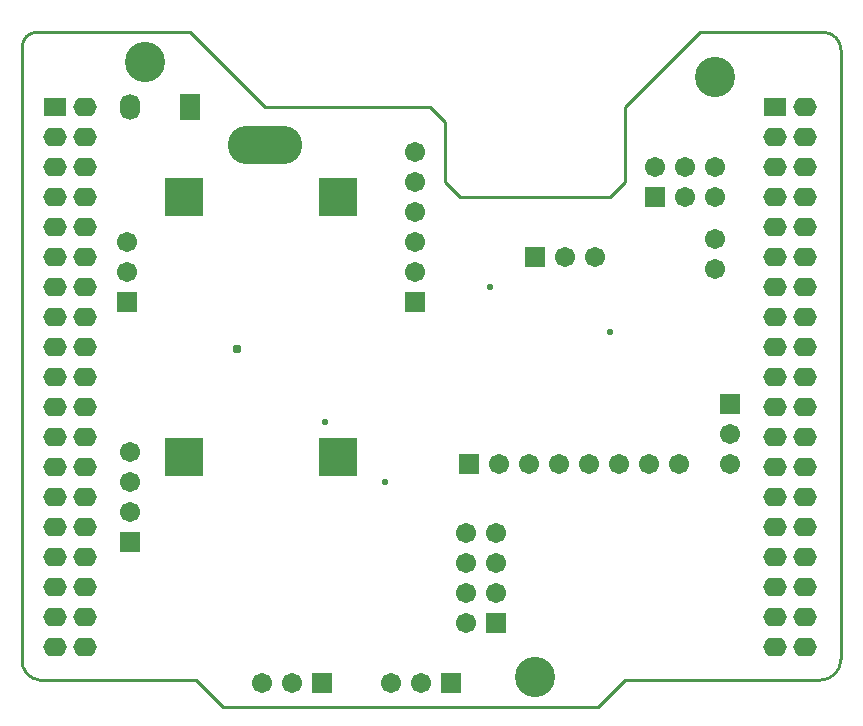
<source format=gbs>
G04*
G04 #@! TF.GenerationSoftware,Altium Limited,Altium Designer,20.0.2 (26)*
G04*
G04 Layer_Color=16711935*
%FSLAX24Y24*%
%MOIN*%
G70*
G01*
G75*
%ADD12C,0.0100*%
%ADD14O,0.2480X0.1280*%
%ADD15C,0.0671*%
%ADD16R,0.0671X0.0671*%
%ADD17O,0.0780X0.0630*%
%ADD18R,0.0780X0.0630*%
%ADD19O,0.0680X0.0867*%
%ADD20R,0.0680X0.0867*%
%ADD21R,0.0671X0.0671*%
%ADD22C,0.1340*%
%ADD23C,0.0230*%
%ADD24C,0.0310*%
%ADD38R,0.1261X0.1261*%
G36*
X12000Y21000D02*
D01*
D02*
G37*
D12*
X25200Y19900D02*
G03*
X24600Y20500I-600J0D01*
G01*
X-2100Y-400D02*
G03*
X-1500Y-1100I650J-50D01*
G01*
X-1600Y20500D02*
G03*
X-2100Y20000I0J-500D01*
G01*
X24500Y-1100D02*
G03*
X25200Y-400I0J700D01*
G01*
X-1600Y20500D02*
X3500D01*
X20500D02*
X24600D01*
X11500Y18000D02*
X12000Y17500D01*
X6000Y18000D02*
X11500D01*
X12000Y15500D02*
Y17500D01*
X3500Y20500D02*
X6000Y18000D01*
X12000Y15500D02*
X12500Y15000D01*
X17500D01*
X18000Y15500D01*
Y18000D01*
X20500Y20500D01*
X3700Y-1100D02*
X4600Y-2000D01*
X18000Y-1100D02*
X24500D01*
X17100Y-2000D02*
X18000Y-1100D01*
X-1500Y-1100D02*
X3700D01*
X25200Y19900D02*
X25200Y-400D01*
X-2100D02*
X-2100Y20000D01*
X4600Y-2000D02*
X17100D01*
D14*
X6000Y16750D02*
D03*
D15*
X21000Y12600D02*
D03*
Y13600D02*
D03*
X16000Y13000D02*
D03*
X17000D02*
D03*
X19800Y6100D02*
D03*
X18800D02*
D03*
X17800D02*
D03*
X16800D02*
D03*
X15800D02*
D03*
X14800D02*
D03*
X13800D02*
D03*
X21000Y16000D02*
D03*
Y15000D02*
D03*
X20000Y16000D02*
D03*
Y15000D02*
D03*
X19000Y16000D02*
D03*
X11000Y16500D02*
D03*
Y15500D02*
D03*
Y14500D02*
D03*
Y13500D02*
D03*
Y12500D02*
D03*
X1500Y6500D02*
D03*
Y5500D02*
D03*
Y4500D02*
D03*
X12700Y800D02*
D03*
X13700Y1800D02*
D03*
X12700D02*
D03*
X13700Y2800D02*
D03*
X12700D02*
D03*
X13700Y3800D02*
D03*
X12700D02*
D03*
X1400Y13500D02*
D03*
Y12500D02*
D03*
X21500Y6100D02*
D03*
Y7100D02*
D03*
X5900Y-1200D02*
D03*
X6900D02*
D03*
X10200D02*
D03*
X11200D02*
D03*
D16*
X15000Y13000D02*
D03*
X12800Y6100D02*
D03*
X19000Y15000D02*
D03*
X7900Y-1200D02*
D03*
X12200D02*
D03*
D17*
X24000Y18000D02*
D03*
Y6000D02*
D03*
Y7000D02*
D03*
Y8000D02*
D03*
Y10000D02*
D03*
Y11000D02*
D03*
Y12000D02*
D03*
Y13000D02*
D03*
Y14000D02*
D03*
Y15000D02*
D03*
Y2000D02*
D03*
Y0D02*
D03*
Y1000D02*
D03*
Y16000D02*
D03*
Y17000D02*
D03*
Y5000D02*
D03*
Y3000D02*
D03*
Y4000D02*
D03*
Y9000D02*
D03*
X23000D02*
D03*
Y4000D02*
D03*
Y3000D02*
D03*
Y5000D02*
D03*
Y17000D02*
D03*
Y16000D02*
D03*
Y1000D02*
D03*
Y0D02*
D03*
Y2000D02*
D03*
Y15000D02*
D03*
Y14000D02*
D03*
Y13000D02*
D03*
Y12000D02*
D03*
Y11000D02*
D03*
Y10000D02*
D03*
Y8000D02*
D03*
Y7000D02*
D03*
Y6000D02*
D03*
X0Y18000D02*
D03*
Y6000D02*
D03*
Y7000D02*
D03*
Y8000D02*
D03*
Y10000D02*
D03*
Y11000D02*
D03*
Y12000D02*
D03*
Y13000D02*
D03*
Y14000D02*
D03*
Y15000D02*
D03*
Y2000D02*
D03*
Y0D02*
D03*
Y1000D02*
D03*
Y16000D02*
D03*
Y17000D02*
D03*
Y5000D02*
D03*
Y3000D02*
D03*
Y4000D02*
D03*
Y9000D02*
D03*
X-1000D02*
D03*
Y4000D02*
D03*
Y3000D02*
D03*
Y5000D02*
D03*
Y17000D02*
D03*
Y16000D02*
D03*
Y1000D02*
D03*
Y0D02*
D03*
Y2000D02*
D03*
Y15000D02*
D03*
Y14000D02*
D03*
Y13000D02*
D03*
Y12000D02*
D03*
Y11000D02*
D03*
Y10000D02*
D03*
Y8000D02*
D03*
Y7000D02*
D03*
Y6000D02*
D03*
D18*
X23000Y18000D02*
D03*
X-1000D02*
D03*
D19*
X1500D02*
D03*
D20*
X3500D02*
D03*
D21*
X11000Y11500D02*
D03*
X1500Y3500D02*
D03*
X13700Y800D02*
D03*
X1400Y11500D02*
D03*
X21500Y8100D02*
D03*
D22*
X2000Y19500D02*
D03*
X21000Y19000D02*
D03*
X15000Y-1000D02*
D03*
D23*
X17500Y10500D02*
D03*
X13500Y12000D02*
D03*
X10000Y5500D02*
D03*
X8000Y7500D02*
D03*
D24*
X5050Y9950D02*
D03*
D38*
X8418Y15000D02*
D03*
Y6339D02*
D03*
X3300Y15000D02*
D03*
Y6339D02*
D03*
M02*

</source>
